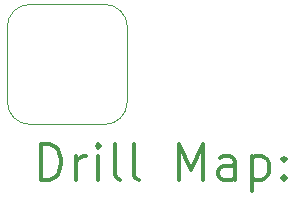
<source format=gbr>
%FSLAX45Y45*%
G04 Gerber Fmt 4.5, Leading zero omitted, Abs format (unit mm)*
G04 Created by KiCad (PCBNEW (5.1.10)-1) date 2021-12-13 17:09:44*
%MOMM*%
%LPD*%
G01*
G04 APERTURE LIST*
%TA.AperFunction,Profile*%
%ADD10C,0.050000*%
%TD*%
%ADD11C,0.200000*%
%ADD12C,0.300000*%
G04 APERTURE END LIST*
D10*
X13144500Y-10604500D02*
X13144500Y-11239500D01*
X13970000Y-10414000D02*
G75*
G02*
X14160500Y-10604500I0J-190500D01*
G01*
X14160500Y-11239500D02*
G75*
G02*
X13970000Y-11430000I-190500J0D01*
G01*
X13335000Y-11430000D02*
G75*
G02*
X13144500Y-11239500I0J190500D01*
G01*
X13144500Y-10604500D02*
G75*
G02*
X13335000Y-10414000I190500J0D01*
G01*
X13970000Y-11430000D02*
X13335000Y-11430000D01*
X14160500Y-10604500D02*
X14160500Y-11239500D01*
X13335000Y-10414000D02*
X13970000Y-10414000D01*
D11*
D12*
X13428428Y-11898214D02*
X13428428Y-11598214D01*
X13499857Y-11598214D01*
X13542714Y-11612500D01*
X13571286Y-11641071D01*
X13585571Y-11669643D01*
X13599857Y-11726786D01*
X13599857Y-11769643D01*
X13585571Y-11826786D01*
X13571286Y-11855357D01*
X13542714Y-11883929D01*
X13499857Y-11898214D01*
X13428428Y-11898214D01*
X13728428Y-11898214D02*
X13728428Y-11698214D01*
X13728428Y-11755357D02*
X13742714Y-11726786D01*
X13757000Y-11712500D01*
X13785571Y-11698214D01*
X13814143Y-11698214D01*
X13914143Y-11898214D02*
X13914143Y-11698214D01*
X13914143Y-11598214D02*
X13899857Y-11612500D01*
X13914143Y-11626786D01*
X13928428Y-11612500D01*
X13914143Y-11598214D01*
X13914143Y-11626786D01*
X14099857Y-11898214D02*
X14071286Y-11883929D01*
X14057000Y-11855357D01*
X14057000Y-11598214D01*
X14257000Y-11898214D02*
X14228428Y-11883929D01*
X14214143Y-11855357D01*
X14214143Y-11598214D01*
X14599857Y-11898214D02*
X14599857Y-11598214D01*
X14699857Y-11812500D01*
X14799857Y-11598214D01*
X14799857Y-11898214D01*
X15071286Y-11898214D02*
X15071286Y-11741071D01*
X15057000Y-11712500D01*
X15028428Y-11698214D01*
X14971286Y-11698214D01*
X14942714Y-11712500D01*
X15071286Y-11883929D02*
X15042714Y-11898214D01*
X14971286Y-11898214D01*
X14942714Y-11883929D01*
X14928428Y-11855357D01*
X14928428Y-11826786D01*
X14942714Y-11798214D01*
X14971286Y-11783929D01*
X15042714Y-11783929D01*
X15071286Y-11769643D01*
X15214143Y-11698214D02*
X15214143Y-11998214D01*
X15214143Y-11712500D02*
X15242714Y-11698214D01*
X15299857Y-11698214D01*
X15328428Y-11712500D01*
X15342714Y-11726786D01*
X15357000Y-11755357D01*
X15357000Y-11841071D01*
X15342714Y-11869643D01*
X15328428Y-11883929D01*
X15299857Y-11898214D01*
X15242714Y-11898214D01*
X15214143Y-11883929D01*
X15485571Y-11869643D02*
X15499857Y-11883929D01*
X15485571Y-11898214D01*
X15471286Y-11883929D01*
X15485571Y-11869643D01*
X15485571Y-11898214D01*
X15485571Y-11712500D02*
X15499857Y-11726786D01*
X15485571Y-11741071D01*
X15471286Y-11726786D01*
X15485571Y-11712500D01*
X15485571Y-11741071D01*
M02*

</source>
